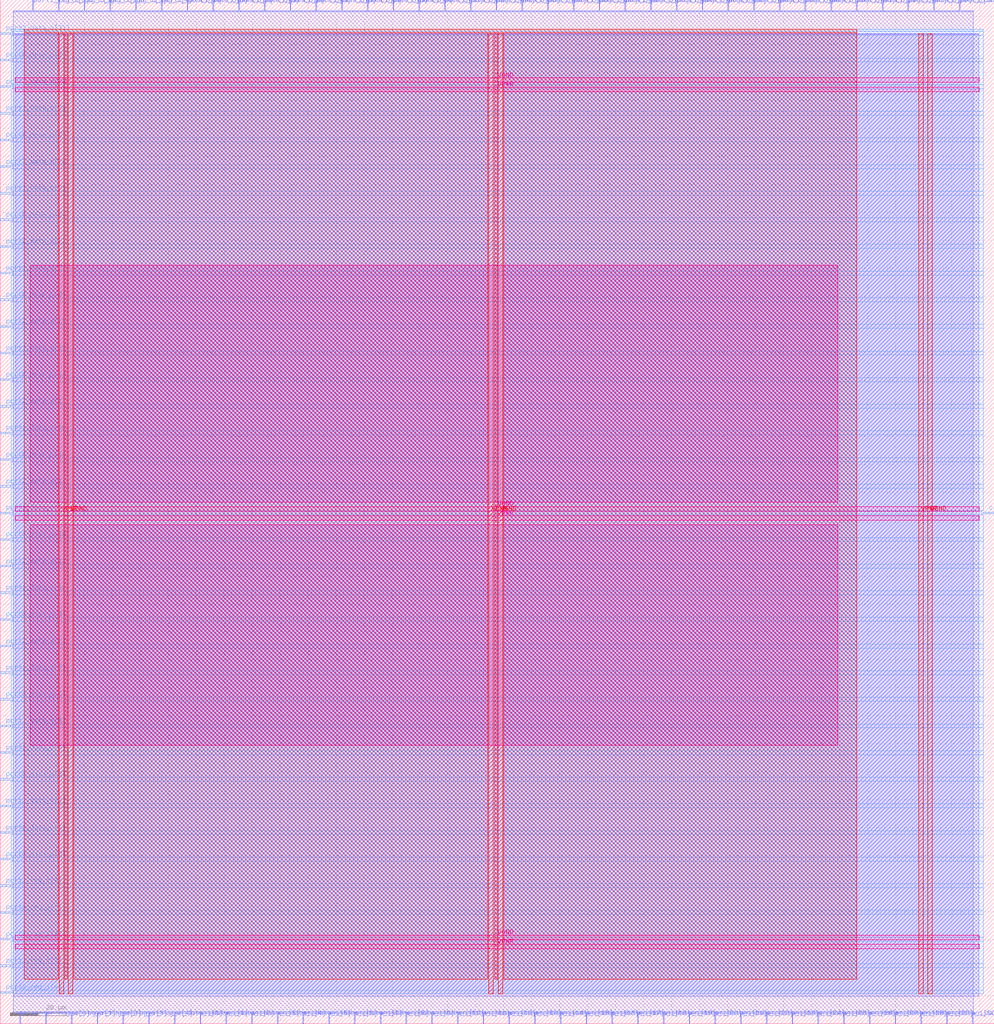
<source format=lef>
VERSION 5.7 ;
  NOWIREEXTENSIONATPIN ON ;
  DIVIDERCHAR "/" ;
  BUSBITCHARS "[]" ;
MACRO reg_file
  CLASS BLOCK ;
  FOREIGN reg_file ;
  ORIGIN 0.000 0.000 ;
  SIZE 355.225 BY 365.945 ;
  PIN VGND
    USE GROUND ;
    PORT
      LAYER met5 ;
        RECT 5.280 336.390 349.840 337.990 ;
    END
    PORT
      LAYER met5 ;
        RECT 5.280 183.210 349.840 184.810 ;
    END
    PORT
      LAYER met5 ;
        RECT 5.280 30.030 349.840 31.630 ;
    END
    PORT
      LAYER met4 ;
        RECT 331.540 10.640 333.140 353.840 ;
    END
    PORT
      LAYER met4 ;
        RECT 177.940 10.640 179.540 353.840 ;
    END
    PORT
      LAYER met4 ;
        RECT 24.340 10.640 25.940 353.840 ;
    END
  END VGND
  PIN VPWR
    USE POWER ;
    PORT
      LAYER met5 ;
        RECT 5.280 333.090 349.840 334.690 ;
    END
    PORT
      LAYER met5 ;
        RECT 5.280 179.910 349.840 181.510 ;
    END
    PORT
      LAYER met5 ;
        RECT 5.280 26.730 349.840 28.330 ;
    END
    PORT
      LAYER met4 ;
        RECT 328.240 10.640 329.840 353.840 ;
    END
    PORT
      LAYER met4 ;
        RECT 174.640 10.640 176.240 353.840 ;
    END
    PORT
      LAYER met4 ;
        RECT 21.040 10.640 22.640 353.840 ;
    END
  END VPWR
  PIN clk_i
    PORT
      LAYER met3 ;
        RECT 351.225 182.280 355.225 182.880 ;
    END
  END clk_i
  PIN port1_data_o[0]
    PORT
      LAYER met2 ;
        RECT 57.590 361.945 57.870 365.945 ;
    END
  END port1_data_o[0]
  PIN port1_data_o[10]
    PORT
      LAYER met2 ;
        RECT 149.590 361.945 149.870 365.945 ;
    END
  END port1_data_o[10]
  PIN port1_data_o[11]
    PORT
      LAYER met2 ;
        RECT 158.790 361.945 159.070 365.945 ;
    END
  END port1_data_o[11]
  PIN port1_data_o[12]
    PORT
      LAYER met2 ;
        RECT 167.990 361.945 168.270 365.945 ;
    END
  END port1_data_o[12]
  PIN port1_data_o[13]
    PORT
      LAYER met2 ;
        RECT 177.190 361.945 177.470 365.945 ;
    END
  END port1_data_o[13]
  PIN port1_data_o[14]
    PORT
      LAYER met2 ;
        RECT 186.390 361.945 186.670 365.945 ;
    END
  END port1_data_o[14]
  PIN port1_data_o[15]
    PORT
      LAYER met2 ;
        RECT 195.590 361.945 195.870 365.945 ;
    END
  END port1_data_o[15]
  PIN port1_data_o[16]
    PORT
      LAYER met2 ;
        RECT 204.790 361.945 205.070 365.945 ;
    END
  END port1_data_o[16]
  PIN port1_data_o[17]
    PORT
      LAYER met2 ;
        RECT 213.990 361.945 214.270 365.945 ;
    END
  END port1_data_o[17]
  PIN port1_data_o[18]
    PORT
      LAYER met2 ;
        RECT 223.190 361.945 223.470 365.945 ;
    END
  END port1_data_o[18]
  PIN port1_data_o[19]
    PORT
      LAYER met2 ;
        RECT 232.390 361.945 232.670 365.945 ;
    END
  END port1_data_o[19]
  PIN port1_data_o[1]
    PORT
      LAYER met2 ;
        RECT 66.790 361.945 67.070 365.945 ;
    END
  END port1_data_o[1]
  PIN port1_data_o[20]
    PORT
      LAYER met2 ;
        RECT 241.590 361.945 241.870 365.945 ;
    END
  END port1_data_o[20]
  PIN port1_data_o[21]
    PORT
      LAYER met2 ;
        RECT 250.790 361.945 251.070 365.945 ;
    END
  END port1_data_o[21]
  PIN port1_data_o[22]
    PORT
      LAYER met2 ;
        RECT 259.990 361.945 260.270 365.945 ;
    END
  END port1_data_o[22]
  PIN port1_data_o[23]
    PORT
      LAYER met2 ;
        RECT 269.190 361.945 269.470 365.945 ;
    END
  END port1_data_o[23]
  PIN port1_data_o[24]
    PORT
      LAYER met2 ;
        RECT 278.390 361.945 278.670 365.945 ;
    END
  END port1_data_o[24]
  PIN port1_data_o[25]
    PORT
      LAYER met2 ;
        RECT 287.590 361.945 287.870 365.945 ;
    END
  END port1_data_o[25]
  PIN port1_data_o[26]
    PORT
      LAYER met2 ;
        RECT 296.790 361.945 297.070 365.945 ;
    END
  END port1_data_o[26]
  PIN port1_data_o[27]
    PORT
      LAYER met2 ;
        RECT 305.990 361.945 306.270 365.945 ;
    END
  END port1_data_o[27]
  PIN port1_data_o[28]
    PORT
      LAYER met2 ;
        RECT 315.190 361.945 315.470 365.945 ;
    END
  END port1_data_o[28]
  PIN port1_data_o[29]
    PORT
      LAYER met2 ;
        RECT 324.390 361.945 324.670 365.945 ;
    END
  END port1_data_o[29]
  PIN port1_data_o[2]
    PORT
      LAYER met2 ;
        RECT 75.990 361.945 76.270 365.945 ;
    END
  END port1_data_o[2]
  PIN port1_data_o[30]
    PORT
      LAYER met2 ;
        RECT 333.590 361.945 333.870 365.945 ;
    END
  END port1_data_o[30]
  PIN port1_data_o[31]
    PORT
      LAYER met2 ;
        RECT 342.790 361.945 343.070 365.945 ;
    END
  END port1_data_o[31]
  PIN port1_data_o[3]
    PORT
      LAYER met2 ;
        RECT 85.190 361.945 85.470 365.945 ;
    END
  END port1_data_o[3]
  PIN port1_data_o[4]
    PORT
      LAYER met2 ;
        RECT 94.390 361.945 94.670 365.945 ;
    END
  END port1_data_o[4]
  PIN port1_data_o[5]
    PORT
      LAYER met2 ;
        RECT 103.590 361.945 103.870 365.945 ;
    END
  END port1_data_o[5]
  PIN port1_data_o[6]
    PORT
      LAYER met2 ;
        RECT 112.790 361.945 113.070 365.945 ;
    END
  END port1_data_o[6]
  PIN port1_data_o[7]
    PORT
      LAYER met2 ;
        RECT 121.990 361.945 122.270 365.945 ;
    END
  END port1_data_o[7]
  PIN port1_data_o[8]
    PORT
      LAYER met2 ;
        RECT 131.190 361.945 131.470 365.945 ;
    END
  END port1_data_o[8]
  PIN port1_data_o[9]
    PORT
      LAYER met2 ;
        RECT 140.390 361.945 140.670 365.945 ;
    END
  END port1_data_o[9]
  PIN port1_reg_i[0]
    PORT
      LAYER met2 ;
        RECT 11.590 361.945 11.870 365.945 ;
    END
  END port1_reg_i[0]
  PIN port1_reg_i[1]
    PORT
      LAYER met2 ;
        RECT 20.790 361.945 21.070 365.945 ;
    END
  END port1_reg_i[1]
  PIN port1_reg_i[2]
    PORT
      LAYER met2 ;
        RECT 29.990 361.945 30.270 365.945 ;
    END
  END port1_reg_i[2]
  PIN port1_reg_i[3]
    PORT
      LAYER met2 ;
        RECT 39.190 361.945 39.470 365.945 ;
    END
  END port1_reg_i[3]
  PIN port1_reg_i[4]
    PORT
      LAYER met2 ;
        RECT 48.390 361.945 48.670 365.945 ;
    END
  END port1_reg_i[4]
  PIN port2_data_o[0]
    PORT
      LAYER met3 ;
        RECT 0.000 58.520 4.000 59.120 ;
    END
  END port2_data_o[0]
  PIN port2_data_o[10]
    PORT
      LAYER met3 ;
        RECT 0.000 153.720 4.000 154.320 ;
    END
  END port2_data_o[10]
  PIN port2_data_o[11]
    PORT
      LAYER met3 ;
        RECT 0.000 163.240 4.000 163.840 ;
    END
  END port2_data_o[11]
  PIN port2_data_o[12]
    PORT
      LAYER met3 ;
        RECT 0.000 172.760 4.000 173.360 ;
    END
  END port2_data_o[12]
  PIN port2_data_o[13]
    PORT
      LAYER met3 ;
        RECT 0.000 182.280 4.000 182.880 ;
    END
  END port2_data_o[13]
  PIN port2_data_o[14]
    PORT
      LAYER met3 ;
        RECT 0.000 191.800 4.000 192.400 ;
    END
  END port2_data_o[14]
  PIN port2_data_o[15]
    PORT
      LAYER met3 ;
        RECT 0.000 201.320 4.000 201.920 ;
    END
  END port2_data_o[15]
  PIN port2_data_o[16]
    PORT
      LAYER met3 ;
        RECT 0.000 210.840 4.000 211.440 ;
    END
  END port2_data_o[16]
  PIN port2_data_o[17]
    PORT
      LAYER met3 ;
        RECT 0.000 220.360 4.000 220.960 ;
    END
  END port2_data_o[17]
  PIN port2_data_o[18]
    PORT
      LAYER met3 ;
        RECT 0.000 229.880 4.000 230.480 ;
    END
  END port2_data_o[18]
  PIN port2_data_o[19]
    PORT
      LAYER met3 ;
        RECT 0.000 239.400 4.000 240.000 ;
    END
  END port2_data_o[19]
  PIN port2_data_o[1]
    PORT
      LAYER met3 ;
        RECT 0.000 68.040 4.000 68.640 ;
    END
  END port2_data_o[1]
  PIN port2_data_o[20]
    PORT
      LAYER met3 ;
        RECT 0.000 248.920 4.000 249.520 ;
    END
  END port2_data_o[20]
  PIN port2_data_o[21]
    PORT
      LAYER met3 ;
        RECT 0.000 258.440 4.000 259.040 ;
    END
  END port2_data_o[21]
  PIN port2_data_o[22]
    PORT
      LAYER met3 ;
        RECT 0.000 267.960 4.000 268.560 ;
    END
  END port2_data_o[22]
  PIN port2_data_o[23]
    PORT
      LAYER met3 ;
        RECT 0.000 277.480 4.000 278.080 ;
    END
  END port2_data_o[23]
  PIN port2_data_o[24]
    PORT
      LAYER met3 ;
        RECT 0.000 287.000 4.000 287.600 ;
    END
  END port2_data_o[24]
  PIN port2_data_o[25]
    PORT
      LAYER met3 ;
        RECT 0.000 296.520 4.000 297.120 ;
    END
  END port2_data_o[25]
  PIN port2_data_o[26]
    PORT
      LAYER met3 ;
        RECT 0.000 306.040 4.000 306.640 ;
    END
  END port2_data_o[26]
  PIN port2_data_o[27]
    PORT
      LAYER met3 ;
        RECT 0.000 315.560 4.000 316.160 ;
    END
  END port2_data_o[27]
  PIN port2_data_o[28]
    PORT
      LAYER met3 ;
        RECT 0.000 325.080 4.000 325.680 ;
    END
  END port2_data_o[28]
  PIN port2_data_o[29]
    PORT
      LAYER met3 ;
        RECT 0.000 334.600 4.000 335.200 ;
    END
  END port2_data_o[29]
  PIN port2_data_o[2]
    PORT
      LAYER met3 ;
        RECT 0.000 77.560 4.000 78.160 ;
    END
  END port2_data_o[2]
  PIN port2_data_o[30]
    PORT
      LAYER met3 ;
        RECT 0.000 344.120 4.000 344.720 ;
    END
  END port2_data_o[30]
  PIN port2_data_o[31]
    PORT
      LAYER met3 ;
        RECT 0.000 353.640 4.000 354.240 ;
    END
  END port2_data_o[31]
  PIN port2_data_o[3]
    PORT
      LAYER met3 ;
        RECT 0.000 87.080 4.000 87.680 ;
    END
  END port2_data_o[3]
  PIN port2_data_o[4]
    PORT
      LAYER met3 ;
        RECT 0.000 96.600 4.000 97.200 ;
    END
  END port2_data_o[4]
  PIN port2_data_o[5]
    PORT
      LAYER met3 ;
        RECT 0.000 106.120 4.000 106.720 ;
    END
  END port2_data_o[5]
  PIN port2_data_o[6]
    PORT
      LAYER met3 ;
        RECT 0.000 115.640 4.000 116.240 ;
    END
  END port2_data_o[6]
  PIN port2_data_o[7]
    PORT
      LAYER met3 ;
        RECT 0.000 125.160 4.000 125.760 ;
    END
  END port2_data_o[7]
  PIN port2_data_o[8]
    PORT
      LAYER met3 ;
        RECT 0.000 134.680 4.000 135.280 ;
    END
  END port2_data_o[8]
  PIN port2_data_o[9]
    PORT
      LAYER met3 ;
        RECT 0.000 144.200 4.000 144.800 ;
    END
  END port2_data_o[9]
  PIN port2_reg_i[0]
    PORT
      LAYER met3 ;
        RECT 0.000 10.920 4.000 11.520 ;
    END
  END port2_reg_i[0]
  PIN port2_reg_i[1]
    PORT
      LAYER met3 ;
        RECT 0.000 20.440 4.000 21.040 ;
    END
  END port2_reg_i[1]
  PIN port2_reg_i[2]
    PORT
      LAYER met3 ;
        RECT 0.000 29.960 4.000 30.560 ;
    END
  END port2_reg_i[2]
  PIN port2_reg_i[3]
    PORT
      LAYER met3 ;
        RECT 0.000 39.480 4.000 40.080 ;
    END
  END port2_reg_i[3]
  PIN port2_reg_i[4]
    PORT
      LAYER met3 ;
        RECT 0.000 49.000 4.000 49.600 ;
    END
  END port2_reg_i[4]
  PIN wr_data_i[0]
    PORT
      LAYER met2 ;
        RECT 62.190 0.000 62.470 4.000 ;
    END
  END wr_data_i[0]
  PIN wr_data_i[10]
    PORT
      LAYER met2 ;
        RECT 154.190 0.000 154.470 4.000 ;
    END
  END wr_data_i[10]
  PIN wr_data_i[11]
    PORT
      LAYER met2 ;
        RECT 163.390 0.000 163.670 4.000 ;
    END
  END wr_data_i[11]
  PIN wr_data_i[12]
    PORT
      LAYER met2 ;
        RECT 172.590 0.000 172.870 4.000 ;
    END
  END wr_data_i[12]
  PIN wr_data_i[13]
    PORT
      LAYER met2 ;
        RECT 181.790 0.000 182.070 4.000 ;
    END
  END wr_data_i[13]
  PIN wr_data_i[14]
    PORT
      LAYER met2 ;
        RECT 190.990 0.000 191.270 4.000 ;
    END
  END wr_data_i[14]
  PIN wr_data_i[15]
    PORT
      LAYER met2 ;
        RECT 200.190 0.000 200.470 4.000 ;
    END
  END wr_data_i[15]
  PIN wr_data_i[16]
    PORT
      LAYER met2 ;
        RECT 209.390 0.000 209.670 4.000 ;
    END
  END wr_data_i[16]
  PIN wr_data_i[17]
    PORT
      LAYER met2 ;
        RECT 218.590 0.000 218.870 4.000 ;
    END
  END wr_data_i[17]
  PIN wr_data_i[18]
    PORT
      LAYER met2 ;
        RECT 227.790 0.000 228.070 4.000 ;
    END
  END wr_data_i[18]
  PIN wr_data_i[19]
    PORT
      LAYER met2 ;
        RECT 236.990 0.000 237.270 4.000 ;
    END
  END wr_data_i[19]
  PIN wr_data_i[1]
    PORT
      LAYER met2 ;
        RECT 71.390 0.000 71.670 4.000 ;
    END
  END wr_data_i[1]
  PIN wr_data_i[20]
    PORT
      LAYER met2 ;
        RECT 246.190 0.000 246.470 4.000 ;
    END
  END wr_data_i[20]
  PIN wr_data_i[21]
    PORT
      LAYER met2 ;
        RECT 255.390 0.000 255.670 4.000 ;
    END
  END wr_data_i[21]
  PIN wr_data_i[22]
    PORT
      LAYER met2 ;
        RECT 264.590 0.000 264.870 4.000 ;
    END
  END wr_data_i[22]
  PIN wr_data_i[23]
    PORT
      LAYER met2 ;
        RECT 273.790 0.000 274.070 4.000 ;
    END
  END wr_data_i[23]
  PIN wr_data_i[24]
    PORT
      LAYER met2 ;
        RECT 282.990 0.000 283.270 4.000 ;
    END
  END wr_data_i[24]
  PIN wr_data_i[25]
    PORT
      LAYER met2 ;
        RECT 292.190 0.000 292.470 4.000 ;
    END
  END wr_data_i[25]
  PIN wr_data_i[26]
    PORT
      LAYER met2 ;
        RECT 301.390 0.000 301.670 4.000 ;
    END
  END wr_data_i[26]
  PIN wr_data_i[27]
    PORT
      LAYER met2 ;
        RECT 310.590 0.000 310.870 4.000 ;
    END
  END wr_data_i[27]
  PIN wr_data_i[28]
    PORT
      LAYER met2 ;
        RECT 319.790 0.000 320.070 4.000 ;
    END
  END wr_data_i[28]
  PIN wr_data_i[29]
    PORT
      LAYER met2 ;
        RECT 328.990 0.000 329.270 4.000 ;
    END
  END wr_data_i[29]
  PIN wr_data_i[2]
    PORT
      LAYER met2 ;
        RECT 80.590 0.000 80.870 4.000 ;
    END
  END wr_data_i[2]
  PIN wr_data_i[30]
    PORT
      LAYER met2 ;
        RECT 338.190 0.000 338.470 4.000 ;
    END
  END wr_data_i[30]
  PIN wr_data_i[31]
    PORT
      LAYER met2 ;
        RECT 347.390 0.000 347.670 4.000 ;
    END
  END wr_data_i[31]
  PIN wr_data_i[3]
    PORT
      LAYER met2 ;
        RECT 89.790 0.000 90.070 4.000 ;
    END
  END wr_data_i[3]
  PIN wr_data_i[4]
    PORT
      LAYER met2 ;
        RECT 98.990 0.000 99.270 4.000 ;
    END
  END wr_data_i[4]
  PIN wr_data_i[5]
    PORT
      LAYER met2 ;
        RECT 108.190 0.000 108.470 4.000 ;
    END
  END wr_data_i[5]
  PIN wr_data_i[6]
    PORT
      LAYER met2 ;
        RECT 117.390 0.000 117.670 4.000 ;
    END
  END wr_data_i[6]
  PIN wr_data_i[7]
    PORT
      LAYER met2 ;
        RECT 126.590 0.000 126.870 4.000 ;
    END
  END wr_data_i[7]
  PIN wr_data_i[8]
    PORT
      LAYER met2 ;
        RECT 135.790 0.000 136.070 4.000 ;
    END
  END wr_data_i[8]
  PIN wr_data_i[9]
    PORT
      LAYER met2 ;
        RECT 144.990 0.000 145.270 4.000 ;
    END
  END wr_data_i[9]
  PIN wr_en_i
    PORT
      LAYER met2 ;
        RECT 6.990 0.000 7.270 4.000 ;
    END
  END wr_en_i
  PIN wr_reg_i[0]
    PORT
      LAYER met2 ;
        RECT 16.190 0.000 16.470 4.000 ;
    END
  END wr_reg_i[0]
  PIN wr_reg_i[1]
    PORT
      LAYER met2 ;
        RECT 25.390 0.000 25.670 4.000 ;
    END
  END wr_reg_i[1]
  PIN wr_reg_i[2]
    PORT
      LAYER met2 ;
        RECT 34.590 0.000 34.870 4.000 ;
    END
  END wr_reg_i[2]
  PIN wr_reg_i[3]
    PORT
      LAYER met2 ;
        RECT 43.790 0.000 44.070 4.000 ;
    END
  END wr_reg_i[3]
  PIN wr_reg_i[4]
    PORT
      LAYER met2 ;
        RECT 52.990 0.000 53.270 4.000 ;
    END
  END wr_reg_i[4]
  OBS
      LAYER li1 ;
        RECT 5.520 10.795 349.600 353.685 ;
      LAYER met1 ;
        RECT 4.670 9.900 349.600 353.840 ;
      LAYER met2 ;
        RECT 4.690 361.665 11.310 361.945 ;
        RECT 12.150 361.665 20.510 361.945 ;
        RECT 21.350 361.665 29.710 361.945 ;
        RECT 30.550 361.665 38.910 361.945 ;
        RECT 39.750 361.665 48.110 361.945 ;
        RECT 48.950 361.665 57.310 361.945 ;
        RECT 58.150 361.665 66.510 361.945 ;
        RECT 67.350 361.665 75.710 361.945 ;
        RECT 76.550 361.665 84.910 361.945 ;
        RECT 85.750 361.665 94.110 361.945 ;
        RECT 94.950 361.665 103.310 361.945 ;
        RECT 104.150 361.665 112.510 361.945 ;
        RECT 113.350 361.665 121.710 361.945 ;
        RECT 122.550 361.665 130.910 361.945 ;
        RECT 131.750 361.665 140.110 361.945 ;
        RECT 140.950 361.665 149.310 361.945 ;
        RECT 150.150 361.665 158.510 361.945 ;
        RECT 159.350 361.665 167.710 361.945 ;
        RECT 168.550 361.665 176.910 361.945 ;
        RECT 177.750 361.665 186.110 361.945 ;
        RECT 186.950 361.665 195.310 361.945 ;
        RECT 196.150 361.665 204.510 361.945 ;
        RECT 205.350 361.665 213.710 361.945 ;
        RECT 214.550 361.665 222.910 361.945 ;
        RECT 223.750 361.665 232.110 361.945 ;
        RECT 232.950 361.665 241.310 361.945 ;
        RECT 242.150 361.665 250.510 361.945 ;
        RECT 251.350 361.665 259.710 361.945 ;
        RECT 260.550 361.665 268.910 361.945 ;
        RECT 269.750 361.665 278.110 361.945 ;
        RECT 278.950 361.665 287.310 361.945 ;
        RECT 288.150 361.665 296.510 361.945 ;
        RECT 297.350 361.665 305.710 361.945 ;
        RECT 306.550 361.665 314.910 361.945 ;
        RECT 315.750 361.665 324.110 361.945 ;
        RECT 324.950 361.665 333.310 361.945 ;
        RECT 334.150 361.665 342.510 361.945 ;
        RECT 343.350 361.665 347.660 361.945 ;
        RECT 4.690 4.280 347.660 361.665 ;
        RECT 4.690 3.670 6.710 4.280 ;
        RECT 7.550 3.670 15.910 4.280 ;
        RECT 16.750 3.670 25.110 4.280 ;
        RECT 25.950 3.670 34.310 4.280 ;
        RECT 35.150 3.670 43.510 4.280 ;
        RECT 44.350 3.670 52.710 4.280 ;
        RECT 53.550 3.670 61.910 4.280 ;
        RECT 62.750 3.670 71.110 4.280 ;
        RECT 71.950 3.670 80.310 4.280 ;
        RECT 81.150 3.670 89.510 4.280 ;
        RECT 90.350 3.670 98.710 4.280 ;
        RECT 99.550 3.670 107.910 4.280 ;
        RECT 108.750 3.670 117.110 4.280 ;
        RECT 117.950 3.670 126.310 4.280 ;
        RECT 127.150 3.670 135.510 4.280 ;
        RECT 136.350 3.670 144.710 4.280 ;
        RECT 145.550 3.670 153.910 4.280 ;
        RECT 154.750 3.670 163.110 4.280 ;
        RECT 163.950 3.670 172.310 4.280 ;
        RECT 173.150 3.670 181.510 4.280 ;
        RECT 182.350 3.670 190.710 4.280 ;
        RECT 191.550 3.670 199.910 4.280 ;
        RECT 200.750 3.670 209.110 4.280 ;
        RECT 209.950 3.670 218.310 4.280 ;
        RECT 219.150 3.670 227.510 4.280 ;
        RECT 228.350 3.670 236.710 4.280 ;
        RECT 237.550 3.670 245.910 4.280 ;
        RECT 246.750 3.670 255.110 4.280 ;
        RECT 255.950 3.670 264.310 4.280 ;
        RECT 265.150 3.670 273.510 4.280 ;
        RECT 274.350 3.670 282.710 4.280 ;
        RECT 283.550 3.670 291.910 4.280 ;
        RECT 292.750 3.670 301.110 4.280 ;
        RECT 301.950 3.670 310.310 4.280 ;
        RECT 311.150 3.670 319.510 4.280 ;
        RECT 320.350 3.670 328.710 4.280 ;
        RECT 329.550 3.670 337.910 4.280 ;
        RECT 338.750 3.670 347.110 4.280 ;
      LAYER met3 ;
        RECT 4.000 354.640 351.225 355.465 ;
        RECT 4.400 353.240 351.225 354.640 ;
        RECT 4.000 345.120 351.225 353.240 ;
        RECT 4.400 343.720 351.225 345.120 ;
        RECT 4.000 335.600 351.225 343.720 ;
        RECT 4.400 334.200 351.225 335.600 ;
        RECT 4.000 326.080 351.225 334.200 ;
        RECT 4.400 324.680 351.225 326.080 ;
        RECT 4.000 316.560 351.225 324.680 ;
        RECT 4.400 315.160 351.225 316.560 ;
        RECT 4.000 307.040 351.225 315.160 ;
        RECT 4.400 305.640 351.225 307.040 ;
        RECT 4.000 297.520 351.225 305.640 ;
        RECT 4.400 296.120 351.225 297.520 ;
        RECT 4.000 288.000 351.225 296.120 ;
        RECT 4.400 286.600 351.225 288.000 ;
        RECT 4.000 278.480 351.225 286.600 ;
        RECT 4.400 277.080 351.225 278.480 ;
        RECT 4.000 268.960 351.225 277.080 ;
        RECT 4.400 267.560 351.225 268.960 ;
        RECT 4.000 259.440 351.225 267.560 ;
        RECT 4.400 258.040 351.225 259.440 ;
        RECT 4.000 249.920 351.225 258.040 ;
        RECT 4.400 248.520 351.225 249.920 ;
        RECT 4.000 240.400 351.225 248.520 ;
        RECT 4.400 239.000 351.225 240.400 ;
        RECT 4.000 230.880 351.225 239.000 ;
        RECT 4.400 229.480 351.225 230.880 ;
        RECT 4.000 221.360 351.225 229.480 ;
        RECT 4.400 219.960 351.225 221.360 ;
        RECT 4.000 211.840 351.225 219.960 ;
        RECT 4.400 210.440 351.225 211.840 ;
        RECT 4.000 202.320 351.225 210.440 ;
        RECT 4.400 200.920 351.225 202.320 ;
        RECT 4.000 192.800 351.225 200.920 ;
        RECT 4.400 191.400 351.225 192.800 ;
        RECT 4.000 183.280 351.225 191.400 ;
        RECT 4.400 181.880 350.825 183.280 ;
        RECT 4.000 173.760 351.225 181.880 ;
        RECT 4.400 172.360 351.225 173.760 ;
        RECT 4.000 164.240 351.225 172.360 ;
        RECT 4.400 162.840 351.225 164.240 ;
        RECT 4.000 154.720 351.225 162.840 ;
        RECT 4.400 153.320 351.225 154.720 ;
        RECT 4.000 145.200 351.225 153.320 ;
        RECT 4.400 143.800 351.225 145.200 ;
        RECT 4.000 135.680 351.225 143.800 ;
        RECT 4.400 134.280 351.225 135.680 ;
        RECT 4.000 126.160 351.225 134.280 ;
        RECT 4.400 124.760 351.225 126.160 ;
        RECT 4.000 116.640 351.225 124.760 ;
        RECT 4.400 115.240 351.225 116.640 ;
        RECT 4.000 107.120 351.225 115.240 ;
        RECT 4.400 105.720 351.225 107.120 ;
        RECT 4.000 97.600 351.225 105.720 ;
        RECT 4.400 96.200 351.225 97.600 ;
        RECT 4.000 88.080 351.225 96.200 ;
        RECT 4.400 86.680 351.225 88.080 ;
        RECT 4.000 78.560 351.225 86.680 ;
        RECT 4.400 77.160 351.225 78.560 ;
        RECT 4.000 69.040 351.225 77.160 ;
        RECT 4.400 67.640 351.225 69.040 ;
        RECT 4.000 59.520 351.225 67.640 ;
        RECT 4.400 58.120 351.225 59.520 ;
        RECT 4.000 50.000 351.225 58.120 ;
        RECT 4.400 48.600 351.225 50.000 ;
        RECT 4.000 40.480 351.225 48.600 ;
        RECT 4.400 39.080 351.225 40.480 ;
        RECT 4.000 30.960 351.225 39.080 ;
        RECT 4.400 29.560 351.225 30.960 ;
        RECT 4.000 21.440 351.225 29.560 ;
        RECT 4.400 20.040 351.225 21.440 ;
        RECT 4.000 11.920 351.225 20.040 ;
        RECT 4.400 10.715 351.225 11.920 ;
      LAYER met4 ;
        RECT 8.575 354.240 306.065 355.465 ;
        RECT 8.575 15.815 20.640 354.240 ;
        RECT 23.040 15.815 23.940 354.240 ;
        RECT 26.340 15.815 174.240 354.240 ;
        RECT 176.640 15.815 177.540 354.240 ;
        RECT 179.940 15.815 306.065 354.240 ;
      LAYER met5 ;
        RECT 10.700 186.410 299.340 271.100 ;
        RECT 10.700 99.500 299.340 178.310 ;
  END
END reg_file
END LIBRARY


</source>
